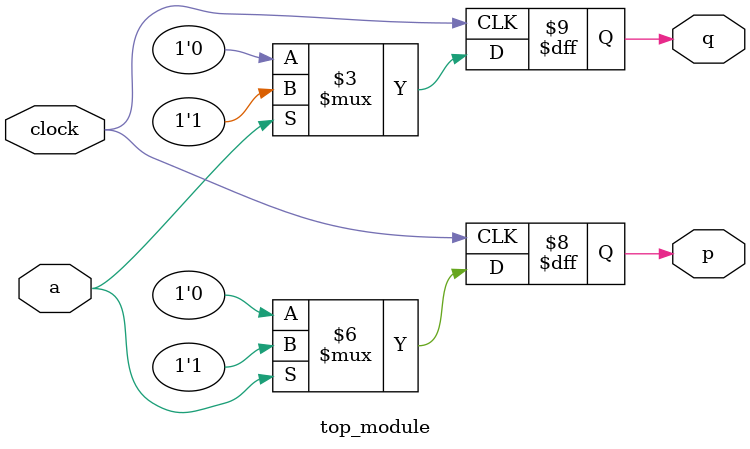
<source format=sv>
module top_module (
    input clock,
    input a, 
    output reg p,
    output reg q
);

    always @(posedge clock)
    begin
        if(a)
        begin
            p <= 1'b1;
            q <= 1'b1;
        end
        else
        begin
            p <= 1'b0;
            q <= 1'b0;
        end
    end

endmodule

</source>
